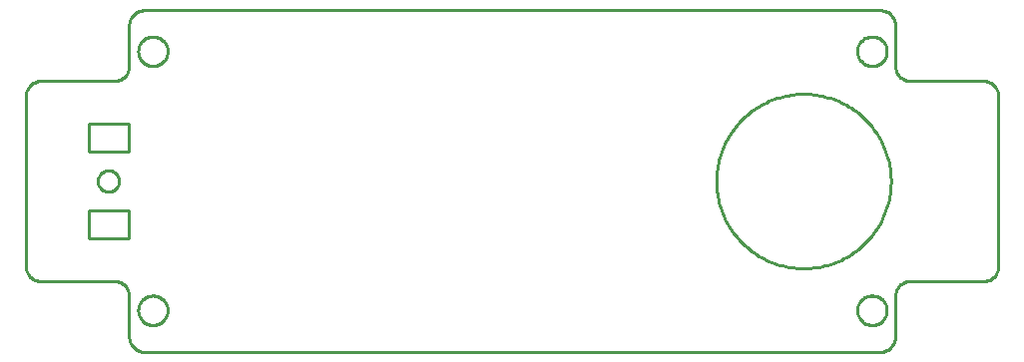
<source format=gbr>
G04 EAGLE Gerber X2 export*
%TF.Part,Single*%
%TF.FileFunction,Profile,NP*%
%TF.FilePolarity,Positive*%
%TF.GenerationSoftware,Autodesk,EAGLE,9.1.0*%
%TF.CreationDate,2020-06-24T00:02:45Z*%
G75*
%MOMM*%
%FSLAX34Y34*%
%LPD*%
%AMOC8*
5,1,8,0,0,1.08239X$1,22.5*%
G01*
%ADD10C,0.254000*%


D10*
X-87700Y72700D02*
X-87652Y71593D01*
X-87507Y70495D01*
X-87267Y69413D01*
X-86934Y68356D01*
X-86510Y67333D01*
X-85999Y66350D01*
X-85403Y65416D01*
X-84729Y64537D01*
X-83980Y63720D01*
X-83163Y62971D01*
X-82284Y62297D01*
X-81350Y61701D01*
X-80367Y61190D01*
X-79344Y60766D01*
X-78287Y60433D01*
X-77205Y60193D01*
X-76107Y60048D01*
X-75000Y60000D01*
X-12900Y60000D01*
X-11793Y59952D01*
X-10695Y59807D01*
X-9613Y59567D01*
X-8556Y59234D01*
X-7533Y58810D01*
X-6550Y58299D01*
X-5616Y57703D01*
X-4737Y57029D01*
X-3920Y56280D01*
X-3171Y55463D01*
X-2497Y54584D01*
X-1901Y53650D01*
X-1390Y52667D01*
X-966Y51644D01*
X-633Y50587D01*
X-393Y49505D01*
X-248Y48407D01*
X-200Y47300D01*
X-200Y12700D01*
X-152Y11593D01*
X-7Y10495D01*
X233Y9413D01*
X566Y8356D01*
X990Y7333D01*
X1501Y6350D01*
X2097Y5416D01*
X2771Y4537D01*
X3520Y3720D01*
X4337Y2971D01*
X5216Y2297D01*
X6150Y1701D01*
X7133Y1190D01*
X8156Y766D01*
X9213Y433D01*
X10295Y193D01*
X11393Y48D01*
X12500Y0D01*
X637100Y0D01*
X638207Y48D01*
X639305Y193D01*
X640387Y433D01*
X641444Y766D01*
X642467Y1190D01*
X643450Y1701D01*
X644384Y2297D01*
X645263Y2971D01*
X646080Y3720D01*
X646829Y4537D01*
X647503Y5416D01*
X648099Y6350D01*
X648610Y7333D01*
X649034Y8356D01*
X649367Y9413D01*
X649607Y10495D01*
X649752Y11593D01*
X649800Y12700D01*
X649800Y47300D01*
X649848Y48407D01*
X649993Y49505D01*
X650233Y50587D01*
X650566Y51644D01*
X650990Y52667D01*
X651501Y53650D01*
X652097Y54584D01*
X652771Y55463D01*
X653520Y56280D01*
X654337Y57029D01*
X655216Y57703D01*
X656150Y58299D01*
X657133Y58810D01*
X658156Y59234D01*
X659213Y59567D01*
X660295Y59807D01*
X661393Y59952D01*
X662500Y60000D01*
X724600Y60000D01*
X725707Y60048D01*
X726805Y60193D01*
X727887Y60433D01*
X728944Y60766D01*
X729967Y61190D01*
X730950Y61701D01*
X731884Y62297D01*
X732763Y62971D01*
X733580Y63720D01*
X734329Y64537D01*
X735003Y65416D01*
X735599Y66350D01*
X736110Y67333D01*
X736534Y68356D01*
X736867Y69413D01*
X737107Y70495D01*
X737252Y71593D01*
X737300Y72700D01*
X737300Y217300D01*
X737252Y218407D01*
X737107Y219505D01*
X736867Y220587D01*
X736534Y221644D01*
X736110Y222667D01*
X735599Y223650D01*
X735003Y224584D01*
X734329Y225463D01*
X733580Y226280D01*
X732763Y227029D01*
X731884Y227703D01*
X730950Y228299D01*
X729967Y228810D01*
X728944Y229234D01*
X727887Y229567D01*
X726805Y229807D01*
X725707Y229952D01*
X724600Y230000D01*
X662500Y230000D01*
X661393Y230048D01*
X660295Y230193D01*
X659213Y230433D01*
X658156Y230766D01*
X657133Y231190D01*
X656150Y231701D01*
X655216Y232297D01*
X654337Y232971D01*
X653520Y233720D01*
X652771Y234537D01*
X652097Y235416D01*
X651501Y236350D01*
X650990Y237333D01*
X650566Y238356D01*
X650233Y239413D01*
X649993Y240495D01*
X649848Y241593D01*
X649800Y242700D01*
X649800Y277300D01*
X649752Y278407D01*
X649607Y279505D01*
X649367Y280587D01*
X649034Y281644D01*
X648610Y282667D01*
X648099Y283650D01*
X647503Y284584D01*
X646829Y285463D01*
X646080Y286280D01*
X645263Y287029D01*
X644384Y287703D01*
X643450Y288299D01*
X642467Y288810D01*
X641444Y289234D01*
X640387Y289567D01*
X639305Y289807D01*
X638207Y289952D01*
X637100Y290000D01*
X12500Y290000D01*
X11393Y289952D01*
X10295Y289807D01*
X9213Y289567D01*
X8156Y289234D01*
X7133Y288810D01*
X6150Y288299D01*
X5216Y287703D01*
X4337Y287029D01*
X3520Y286280D01*
X2771Y285463D01*
X2097Y284584D01*
X1501Y283650D01*
X990Y282667D01*
X566Y281644D01*
X233Y280587D01*
X-7Y279505D01*
X-152Y278407D01*
X-200Y277300D01*
X-200Y242700D01*
X-248Y241593D01*
X-393Y240495D01*
X-633Y239413D01*
X-966Y238356D01*
X-1390Y237333D01*
X-1901Y236350D01*
X-2497Y235416D01*
X-3171Y234537D01*
X-3920Y233720D01*
X-4737Y232971D01*
X-5616Y232297D01*
X-6550Y231701D01*
X-7533Y231190D01*
X-8556Y230766D01*
X-9613Y230433D01*
X-10695Y230193D01*
X-11793Y230048D01*
X-12900Y230000D01*
X-75000Y230000D01*
X-76107Y229952D01*
X-77205Y229807D01*
X-78287Y229567D01*
X-79344Y229234D01*
X-80367Y228810D01*
X-81350Y228299D01*
X-82284Y227703D01*
X-83163Y227029D01*
X-83980Y226280D01*
X-84729Y225463D01*
X-85403Y224584D01*
X-85999Y223650D01*
X-86510Y222667D01*
X-86934Y221644D01*
X-87267Y220587D01*
X-87507Y219505D01*
X-87652Y218407D01*
X-87700Y217300D01*
X-87700Y72700D01*
X-34700Y170000D02*
X-700Y170000D01*
X-700Y194000D01*
X-34700Y194000D01*
X-34700Y170000D01*
X-34700Y96000D02*
X-700Y96000D01*
X-700Y120000D01*
X-34700Y120000D01*
X-34700Y96000D01*
X-8700Y144607D02*
X-8700Y145393D01*
X-8769Y146176D01*
X-8905Y146950D01*
X-9108Y147709D01*
X-9377Y148447D01*
X-9709Y149160D01*
X-10102Y149840D01*
X-10553Y150484D01*
X-11058Y151086D01*
X-11614Y151642D01*
X-12216Y152147D01*
X-12860Y152598D01*
X-13540Y152991D01*
X-14253Y153323D01*
X-14991Y153592D01*
X-15750Y153795D01*
X-16524Y153932D01*
X-17307Y154000D01*
X-18093Y154000D01*
X-18876Y153932D01*
X-19650Y153795D01*
X-20409Y153592D01*
X-21147Y153323D01*
X-21860Y152991D01*
X-22540Y152598D01*
X-23184Y152147D01*
X-23786Y151642D01*
X-24342Y151086D01*
X-24847Y150484D01*
X-25298Y149840D01*
X-25691Y149160D01*
X-26023Y148447D01*
X-26292Y147709D01*
X-26495Y146950D01*
X-26632Y146176D01*
X-26700Y145393D01*
X-26700Y144607D01*
X-26632Y143824D01*
X-26495Y143050D01*
X-26292Y142291D01*
X-26023Y141553D01*
X-25691Y140840D01*
X-25298Y140160D01*
X-24847Y139516D01*
X-24342Y138914D01*
X-23786Y138358D01*
X-23184Y137853D01*
X-22540Y137402D01*
X-21860Y137009D01*
X-21147Y136677D01*
X-20409Y136408D01*
X-19650Y136205D01*
X-18876Y136069D01*
X-18093Y136000D01*
X-17307Y136000D01*
X-16524Y136069D01*
X-15750Y136205D01*
X-14991Y136408D01*
X-14253Y136677D01*
X-13540Y137009D01*
X-12860Y137402D01*
X-12216Y137853D01*
X-11614Y138358D01*
X-11058Y138914D01*
X-10553Y139516D01*
X-10102Y140160D01*
X-9709Y140840D01*
X-9377Y141553D01*
X-9108Y142291D01*
X-8905Y143050D01*
X-8769Y143824D01*
X-8700Y144607D01*
X646050Y143789D02*
X646050Y146211D01*
X645971Y148632D01*
X645812Y151048D01*
X645575Y153458D01*
X645259Y155860D01*
X644864Y158249D01*
X644392Y160624D01*
X643842Y162983D01*
X643215Y165322D01*
X642512Y167640D01*
X641734Y169933D01*
X640881Y172200D01*
X639954Y174437D01*
X638954Y176643D01*
X637883Y178815D01*
X636741Y180951D01*
X635530Y183049D01*
X634252Y185105D01*
X632906Y187119D01*
X631495Y189088D01*
X630021Y191009D01*
X628485Y192881D01*
X626888Y194702D01*
X625232Y196470D01*
X623520Y198182D01*
X621752Y199838D01*
X619931Y201435D01*
X618059Y202971D01*
X616138Y204445D01*
X614169Y205856D01*
X612155Y207202D01*
X610099Y208480D01*
X608001Y209691D01*
X605865Y210833D01*
X603693Y211904D01*
X601487Y212904D01*
X599250Y213831D01*
X596983Y214684D01*
X594690Y215462D01*
X592372Y216165D01*
X590033Y216792D01*
X587674Y217342D01*
X585299Y217814D01*
X582910Y218209D01*
X580508Y218525D01*
X578098Y218762D01*
X575682Y218921D01*
X573261Y219000D01*
X570839Y219000D01*
X568419Y218921D01*
X566002Y218762D01*
X563592Y218525D01*
X561191Y218209D01*
X558801Y217814D01*
X556426Y217342D01*
X554067Y216792D01*
X551728Y216165D01*
X549410Y215462D01*
X547117Y214684D01*
X544850Y213831D01*
X542613Y212904D01*
X540407Y211904D01*
X538235Y210833D01*
X536099Y209691D01*
X534001Y208480D01*
X531945Y207202D01*
X529931Y205856D01*
X527962Y204445D01*
X526041Y202971D01*
X524169Y201435D01*
X522348Y199838D01*
X520580Y198182D01*
X518868Y196470D01*
X517212Y194702D01*
X515615Y192881D01*
X514079Y191009D01*
X512605Y189088D01*
X511194Y187119D01*
X509849Y185105D01*
X508570Y183049D01*
X507359Y180951D01*
X506217Y178815D01*
X505146Y176643D01*
X504146Y174437D01*
X503220Y172200D01*
X502366Y169933D01*
X501588Y167640D01*
X500885Y165322D01*
X500258Y162983D01*
X499708Y160624D01*
X499236Y158249D01*
X498841Y155860D01*
X498525Y153458D01*
X498288Y151048D01*
X498129Y148632D01*
X498050Y146211D01*
X498050Y143789D01*
X498129Y141369D01*
X498288Y138952D01*
X498525Y136542D01*
X498841Y134141D01*
X499236Y131751D01*
X499708Y129376D01*
X500258Y127017D01*
X500885Y124678D01*
X501588Y122360D01*
X502366Y120067D01*
X503220Y117800D01*
X504146Y115563D01*
X505146Y113357D01*
X506217Y111185D01*
X507359Y109049D01*
X508570Y106951D01*
X509849Y104895D01*
X511194Y102881D01*
X512605Y100912D01*
X514079Y98991D01*
X515615Y97119D01*
X517212Y95298D01*
X518868Y93530D01*
X520580Y91818D01*
X522348Y90162D01*
X524169Y88565D01*
X526041Y87029D01*
X527962Y85555D01*
X529931Y84144D01*
X531945Y82799D01*
X534001Y81520D01*
X536099Y80309D01*
X538235Y79167D01*
X540407Y78096D01*
X542613Y77096D01*
X544850Y76170D01*
X547117Y75316D01*
X549410Y74538D01*
X551728Y73835D01*
X554067Y73208D01*
X556426Y72658D01*
X558801Y72186D01*
X561191Y71791D01*
X563592Y71475D01*
X566002Y71238D01*
X568419Y71079D01*
X570839Y71000D01*
X573261Y71000D01*
X575682Y71079D01*
X578098Y71238D01*
X580508Y71475D01*
X582910Y71791D01*
X585299Y72186D01*
X587674Y72658D01*
X590033Y73208D01*
X592372Y73835D01*
X594690Y74538D01*
X596983Y75316D01*
X599250Y76170D01*
X601487Y77096D01*
X603693Y78096D01*
X605865Y79167D01*
X608001Y80309D01*
X610099Y81520D01*
X612155Y82799D01*
X614169Y84144D01*
X616138Y85555D01*
X618059Y87029D01*
X619931Y88565D01*
X621752Y90162D01*
X623520Y91818D01*
X625232Y93530D01*
X626888Y95298D01*
X628485Y97119D01*
X630021Y98991D01*
X631495Y100912D01*
X632906Y102881D01*
X634252Y104895D01*
X635530Y106951D01*
X636741Y109049D01*
X637883Y111185D01*
X638954Y113357D01*
X639954Y115563D01*
X640881Y117800D01*
X641734Y120067D01*
X642512Y122360D01*
X643215Y124678D01*
X643842Y127017D01*
X644392Y129376D01*
X644864Y131751D01*
X645259Y134141D01*
X645575Y136542D01*
X645812Y138952D01*
X645971Y141369D01*
X646050Y143789D01*
X642550Y34759D02*
X642550Y35741D01*
X642473Y36720D01*
X642319Y37691D01*
X642090Y38646D01*
X641786Y39580D01*
X641411Y40487D01*
X640965Y41362D01*
X640451Y42200D01*
X639874Y42995D01*
X639236Y43742D01*
X638542Y44436D01*
X637795Y45074D01*
X637000Y45651D01*
X636162Y46165D01*
X635287Y46611D01*
X634380Y46986D01*
X633446Y47290D01*
X632491Y47519D01*
X631520Y47673D01*
X630541Y47750D01*
X629559Y47750D01*
X628580Y47673D01*
X627610Y47519D01*
X626654Y47290D01*
X625720Y46986D01*
X624813Y46611D01*
X623938Y46165D01*
X623100Y45651D01*
X622305Y45074D01*
X621558Y44436D01*
X620864Y43742D01*
X620226Y42995D01*
X619649Y42200D01*
X619135Y41362D01*
X618689Y40487D01*
X618314Y39580D01*
X618010Y38646D01*
X617781Y37691D01*
X617627Y36720D01*
X617550Y35741D01*
X617550Y34759D01*
X617627Y33780D01*
X617781Y32810D01*
X618010Y31854D01*
X618314Y30920D01*
X618689Y30013D01*
X619135Y29138D01*
X619649Y28300D01*
X620226Y27505D01*
X620864Y26758D01*
X621558Y26064D01*
X622305Y25426D01*
X623100Y24849D01*
X623938Y24335D01*
X624813Y23889D01*
X625720Y23514D01*
X626654Y23210D01*
X627610Y22981D01*
X628580Y22827D01*
X629559Y22750D01*
X630541Y22750D01*
X631520Y22827D01*
X632491Y22981D01*
X633446Y23210D01*
X634380Y23514D01*
X635287Y23889D01*
X636162Y24335D01*
X637000Y24849D01*
X637795Y25426D01*
X638542Y26064D01*
X639236Y26758D01*
X639874Y27505D01*
X640451Y28300D01*
X640965Y29138D01*
X641411Y30013D01*
X641786Y30920D01*
X642090Y31854D01*
X642319Y32810D01*
X642473Y33780D01*
X642550Y34759D01*
X32550Y254759D02*
X32550Y255741D01*
X32473Y256720D01*
X32319Y257691D01*
X32090Y258646D01*
X31786Y259580D01*
X31411Y260487D01*
X30965Y261362D01*
X30451Y262200D01*
X29874Y262995D01*
X29236Y263742D01*
X28542Y264436D01*
X27795Y265074D01*
X27000Y265651D01*
X26162Y266165D01*
X25287Y266611D01*
X24380Y266986D01*
X23446Y267290D01*
X22491Y267519D01*
X21520Y267673D01*
X20541Y267750D01*
X19559Y267750D01*
X18580Y267673D01*
X17610Y267519D01*
X16654Y267290D01*
X15720Y266986D01*
X14813Y266611D01*
X13938Y266165D01*
X13100Y265651D01*
X12305Y265074D01*
X11558Y264436D01*
X10864Y263742D01*
X10226Y262995D01*
X9649Y262200D01*
X9135Y261362D01*
X8689Y260487D01*
X8314Y259580D01*
X8010Y258646D01*
X7781Y257691D01*
X7627Y256720D01*
X7550Y255741D01*
X7550Y254759D01*
X7627Y253780D01*
X7781Y252810D01*
X8010Y251854D01*
X8314Y250920D01*
X8689Y250013D01*
X9135Y249138D01*
X9649Y248300D01*
X10226Y247505D01*
X10864Y246758D01*
X11558Y246064D01*
X12305Y245426D01*
X13100Y244849D01*
X13938Y244335D01*
X14813Y243889D01*
X15720Y243514D01*
X16654Y243210D01*
X17610Y242981D01*
X18580Y242827D01*
X19559Y242750D01*
X20541Y242750D01*
X21520Y242827D01*
X22491Y242981D01*
X23446Y243210D01*
X24380Y243514D01*
X25287Y243889D01*
X26162Y244335D01*
X27000Y244849D01*
X27795Y245426D01*
X28542Y246064D01*
X29236Y246758D01*
X29874Y247505D01*
X30451Y248300D01*
X30965Y249138D01*
X31411Y250013D01*
X31786Y250920D01*
X32090Y251854D01*
X32319Y252810D01*
X32473Y253780D01*
X32550Y254759D01*
X32550Y34759D02*
X32550Y35741D01*
X32473Y36720D01*
X32319Y37691D01*
X32090Y38646D01*
X31786Y39580D01*
X31411Y40487D01*
X30965Y41362D01*
X30451Y42200D01*
X29874Y42995D01*
X29236Y43742D01*
X28542Y44436D01*
X27795Y45074D01*
X27000Y45651D01*
X26162Y46165D01*
X25287Y46611D01*
X24380Y46986D01*
X23446Y47290D01*
X22491Y47519D01*
X21520Y47673D01*
X20541Y47750D01*
X19559Y47750D01*
X18580Y47673D01*
X17610Y47519D01*
X16654Y47290D01*
X15720Y46986D01*
X14813Y46611D01*
X13938Y46165D01*
X13100Y45651D01*
X12305Y45074D01*
X11558Y44436D01*
X10864Y43742D01*
X10226Y42995D01*
X9649Y42200D01*
X9135Y41362D01*
X8689Y40487D01*
X8314Y39580D01*
X8010Y38646D01*
X7781Y37691D01*
X7627Y36720D01*
X7550Y35741D01*
X7550Y34759D01*
X7627Y33780D01*
X7781Y32810D01*
X8010Y31854D01*
X8314Y30920D01*
X8689Y30013D01*
X9135Y29138D01*
X9649Y28300D01*
X10226Y27505D01*
X10864Y26758D01*
X11558Y26064D01*
X12305Y25426D01*
X13100Y24849D01*
X13938Y24335D01*
X14813Y23889D01*
X15720Y23514D01*
X16654Y23210D01*
X17610Y22981D01*
X18580Y22827D01*
X19559Y22750D01*
X20541Y22750D01*
X21520Y22827D01*
X22491Y22981D01*
X23446Y23210D01*
X24380Y23514D01*
X25287Y23889D01*
X26162Y24335D01*
X27000Y24849D01*
X27795Y25426D01*
X28542Y26064D01*
X29236Y26758D01*
X29874Y27505D01*
X30451Y28300D01*
X30965Y29138D01*
X31411Y30013D01*
X31786Y30920D01*
X32090Y31854D01*
X32319Y32810D01*
X32473Y33780D01*
X32550Y34759D01*
X642550Y254759D02*
X642550Y255741D01*
X642473Y256720D01*
X642319Y257691D01*
X642090Y258646D01*
X641786Y259580D01*
X641411Y260487D01*
X640965Y261362D01*
X640451Y262200D01*
X639874Y262995D01*
X639236Y263742D01*
X638542Y264436D01*
X637795Y265074D01*
X637000Y265651D01*
X636162Y266165D01*
X635287Y266611D01*
X634380Y266986D01*
X633446Y267290D01*
X632491Y267519D01*
X631520Y267673D01*
X630541Y267750D01*
X629559Y267750D01*
X628580Y267673D01*
X627610Y267519D01*
X626654Y267290D01*
X625720Y266986D01*
X624813Y266611D01*
X623938Y266165D01*
X623100Y265651D01*
X622305Y265074D01*
X621558Y264436D01*
X620864Y263742D01*
X620226Y262995D01*
X619649Y262200D01*
X619135Y261362D01*
X618689Y260487D01*
X618314Y259580D01*
X618010Y258646D01*
X617781Y257691D01*
X617627Y256720D01*
X617550Y255741D01*
X617550Y254759D01*
X617627Y253780D01*
X617781Y252810D01*
X618010Y251854D01*
X618314Y250920D01*
X618689Y250013D01*
X619135Y249138D01*
X619649Y248300D01*
X620226Y247505D01*
X620864Y246758D01*
X621558Y246064D01*
X622305Y245426D01*
X623100Y244849D01*
X623938Y244335D01*
X624813Y243889D01*
X625720Y243514D01*
X626654Y243210D01*
X627610Y242981D01*
X628580Y242827D01*
X629559Y242750D01*
X630541Y242750D01*
X631520Y242827D01*
X632491Y242981D01*
X633446Y243210D01*
X634380Y243514D01*
X635287Y243889D01*
X636162Y244335D01*
X637000Y244849D01*
X637795Y245426D01*
X638542Y246064D01*
X639236Y246758D01*
X639874Y247505D01*
X640451Y248300D01*
X640965Y249138D01*
X641411Y250013D01*
X641786Y250920D01*
X642090Y251854D01*
X642319Y252810D01*
X642473Y253780D01*
X642550Y254759D01*
M02*

</source>
